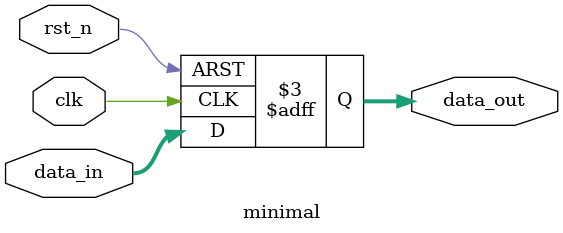
<source format=sv>
module minimal (
    input wire clk,
    input wire rst_n,
    input wire [7:0] data_in,
    output reg [7:0] data_out
);

    always @(posedge clk or negedge rst_n) begin
        if (!rst_n) begin
            data_out <= 8'b0;
        end else begin
            data_out <= data_in;
        end
    end

endmodule

</source>
